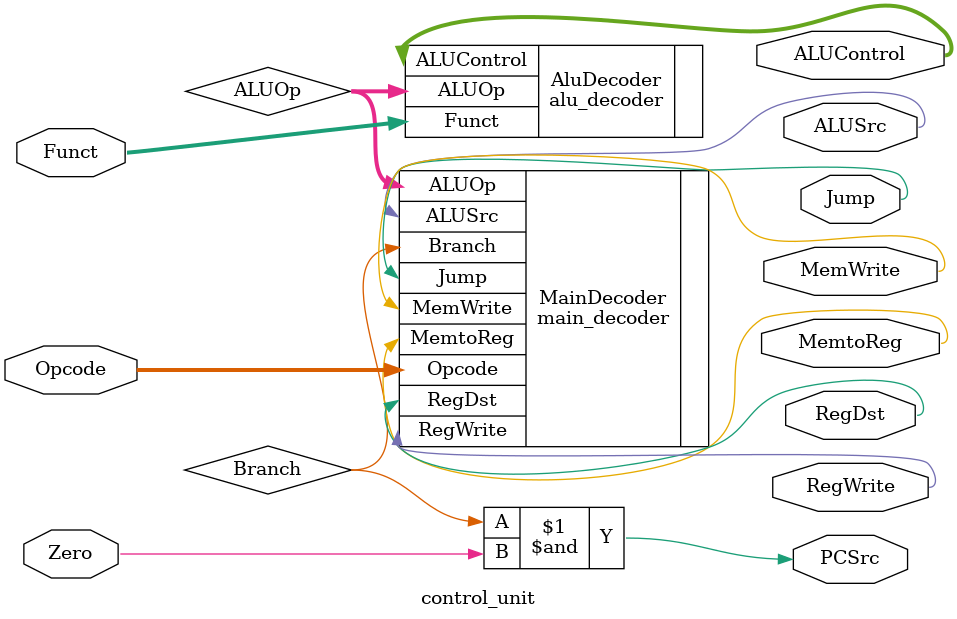
<source format=v>
module control_unit (Opcode,Funct,Zero,MemtoReg,MemWrite,ALUSrc,RegDst,RegWrite,Jump,PCSrc,ALUControl);
//IO Ports
input [5:0] Opcode,Funct;
output MemtoReg,MemWrite,ALUSrc,RegDst,RegWrite,PCSrc,Jump;
output [2:0] ALUControl;
input Zero;
//Internal Signals
wire [1:0] ALUOp;
wire Branch;
//Functionality --> Instantiations
main_decoder MainDecoder (.Opcode(Opcode),.MemtoReg(MemtoReg),.MemWrite(MemWrite),.Branch(Branch),
						.ALUSrc(ALUSrc),.RegDst(RegDst),.RegWrite(RegWrite),.ALUOp(ALUOp),.Jump(Jump));
alu_decoder AluDecoder (.ALUOp(ALUOp),.Funct(Funct),.ALUControl(ALUControl));
//PC Source
assign PCSrc = Branch & Zero ;
endmodule
</source>
